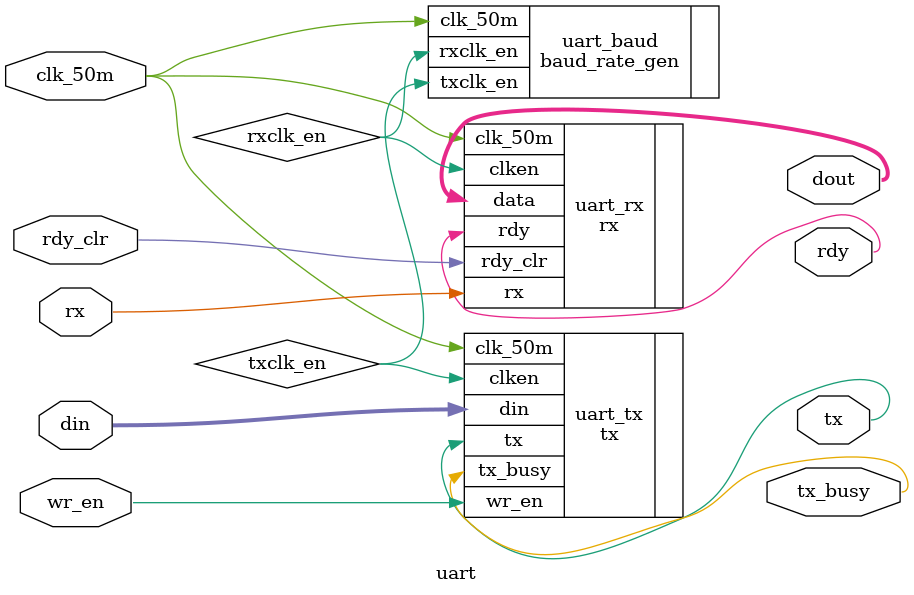
<source format=v>
`timescale 1ns/1ps

module uart (
    input wire [7:0] din,
    input wire wr_en,
    input wire clk_50m,
    output wire tx,
    output wire tx_busy,  // Changed from input to output
    input wire rx,
    output wire rdy,
    input wire rdy_clr,
    output wire [7:0] dout
);

wire rxclk_en, txclk_en;

baud_rate_gen uart_baud (
    .clk_50m(clk_50m),
    .rxclk_en(rxclk_en),
    .txclk_en(txclk_en)
);

tx uart_tx (
    .din(din),
    .wr_en(wr_en),
    .clk_50m(clk_50m),
    .clken(txclk_en),
    .tx(tx),
    .tx_busy(tx_busy)  // tx_busy is correctly wired as an output
);

rx uart_rx (
    .rx(rx),
    .rdy(rdy),
    .rdy_clr(rdy_clr),
    .clk_50m(clk_50m),
    .clken(rxclk_en),
    .data(dout)
);

endmodule
</source>
